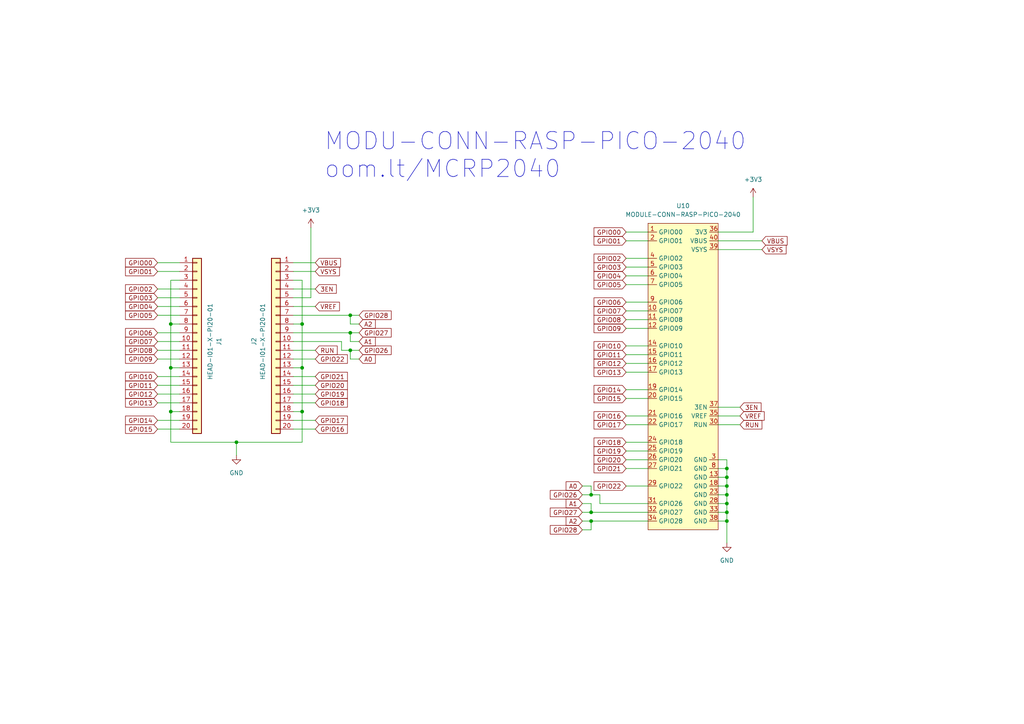
<source format=kicad_sch>
(kicad_sch (version 20211123) (generator eeschema)
  (paper "A4")
  (lib_symbols
    (symbol "Connector_Generic:Conn_01x20" (pin_names (offset 1.016) hide)
      (property "Reference" "J" (at 0 25.4 0))
      (property "Value" "Conn_01x20" (at 0 -27.94 0))
      (symbol "Conn_01x20_1_1"
        (rectangle (start -1.27 -25.273) (end 0 -25.527) (stroke (width 0.1524)))
        (rectangle (start -1.27 -22.733) (end 0 -22.987) (stroke (width 0.1524)))
        (rectangle (start -1.27 -20.193) (end 0 -20.447) (stroke (width 0.1524)))
        (rectangle (start -1.27 -17.653) (end 0 -17.907) (stroke (width 0.1524)))
        (rectangle (start -1.27 -15.113) (end 0 -15.367) (stroke (width 0.1524)))
        (rectangle (start -1.27 -12.573) (end 0 -12.827) (stroke (width 0.1524)))
        (rectangle (start -1.27 -10.033) (end 0 -10.287) (stroke (width 0.1524)))
        (rectangle (start -1.27 -7.493) (end 0 -7.747) (stroke (width 0.1524)))
        (rectangle (start -1.27 -4.953) (end 0 -5.207) (stroke (width 0.1524)))
        (rectangle (start -1.27 -2.413) (end 0 -2.667) (stroke (width 0.1524)))
        (rectangle (start -1.27 0.127) (end 0 -0.127) (stroke (width 0.1524)))
        (rectangle (start -1.27 2.667) (end 0 2.413) (stroke (width 0.1524)))
        (rectangle (start -1.27 5.207) (end 0 4.953) (stroke (width 0.1524)))
        (rectangle (start -1.27 7.747) (end 0 7.493) (stroke (width 0.1524)))
        (rectangle (start -1.27 10.287) (end 0 10.033) (stroke (width 0.1524)))
        (rectangle (start -1.27 12.827) (end 0 12.573) (stroke (width 0.1524)))
        (rectangle (start -1.27 15.367) (end 0 15.113) (stroke (width 0.1524)))
        (rectangle (start -1.27 17.907) (end 0 17.653) (stroke (width 0.1524)))
        (rectangle (start -1.27 20.447) (end 0 20.193) (stroke (width 0.1524)))
        (rectangle (start -1.27 22.987) (end 0 22.733) (stroke (width 0.1524)))
        (rectangle (start -1.27 24.13) (end 1.27 -26.67) (stroke (width 0.254)) (fill (type background)))
        (pin passive line (at -5.08 22.86 0) (length 3.81) (name "Pin_1") (number "1"))
        (pin passive line (at -5.08 0 0) (length 3.81) (name "Pin_10") (number "10"))
        (pin passive line (at -5.08 -2.54 0) (length 3.81) (name "Pin_11") (number "11"))
        (pin passive line (at -5.08 -5.08 0) (length 3.81) (name "Pin_12") (number "12"))
        (pin passive line (at -5.08 -7.62 0) (length 3.81) (name "Pin_13") (number "13"))
        (pin passive line (at -5.08 -10.16 0) (length 3.81) (name "Pin_14") (number "14"))
        (pin passive line (at -5.08 -12.7 0) (length 3.81) (name "Pin_15") (number "15"))
        (pin passive line (at -5.08 -15.24 0) (length 3.81) (name "Pin_16") (number "16"))
        (pin passive line (at -5.08 -17.78 0) (length 3.81) (name "Pin_17") (number "17"))
        (pin passive line (at -5.08 -20.32 0) (length 3.81) (name "Pin_18") (number "18"))
        (pin passive line (at -5.08 -22.86 0) (length 3.81) (name "Pin_19") (number "19"))
        (pin passive line (at -5.08 20.32 0) (length 3.81) (name "Pin_2") (number "2"))
        (pin passive line (at -5.08 -25.4 0) (length 3.81) (name "Pin_20") (number "20"))
        (pin passive line (at -5.08 17.78 0) (length 3.81) (name "Pin_3") (number "3"))
        (pin passive line (at -5.08 15.24 0) (length 3.81) (name "Pin_4") (number "4"))
        (pin passive line (at -5.08 12.7 0) (length 3.81) (name "Pin_5") (number "5"))
        (pin passive line (at -5.08 10.16 0) (length 3.81) (name "Pin_6") (number "6"))
        (pin passive line (at -5.08 7.62 0) (length 3.81) (name "Pin_7") (number "7"))
        (pin passive line (at -5.08 5.08 0) (length 3.81) (name "Pin_8") (number "8"))
        (pin passive line (at -5.08 2.54 0) (length 3.81) (name "Pin_9") (number "9"))
      )
    )
    (symbol "oomlout_OOMP_modules:MODULE-CONN-RASP-PICO-2040"
      (property "Reference" "U" (at 10.16 5.08 0))
      (property "Value" "MODULE-CONN-RASP-PICO-2040" (at 10.16 7.62 0))
      (symbol "MODULE-CONN-RASP-PICO-2040_0_1"
        (rectangle (start 0 2.54) (end 20.32 -86.36) (fill (type background)))
      )
      (symbol "MODULE-CONN-RASP-PICO-2040_1_1"
        (pin input line (at 0 0 0) (length 2.54) (name "GPIO00") (number "1"))
        (pin input line (at 0 -22.86 0) (length 2.54) (name "GPIO07") (number "10"))
        (pin input line (at 0 -25.4 0) (length 2.54) (name "GPIO08") (number "11"))
        (pin input line (at 0 -27.94 0) (length 2.54) (name "GPIO09") (number "12"))
        (pin input line (at 20.32 -71.12 180) (length 2.54) (name "GND") (number "13"))
        (pin input line (at 0 -33.02 0) (length 2.54) (name "GPIO10") (number "14"))
        (pin input line (at 0 -35.56 0) (length 2.54) (name "GPIO11") (number "15"))
        (pin input line (at 0 -38.1 0) (length 2.54) (name "GPIO12") (number "16"))
        (pin input line (at 0 -40.64 0) (length 2.54) (name "GPIO13") (number "17"))
        (pin input line (at 20.32 -73.66 180) (length 2.54) (name "GND") (number "18"))
        (pin input line (at 0 -45.72 0) (length 2.54) (name "GPIO14") (number "19"))
        (pin input line (at 0 -2.54 0) (length 2.54) (name "GPIO01") (number "2"))
        (pin input line (at 0 -48.26 0) (length 2.54) (name "GPIO15") (number "20"))
        (pin input line (at 0 -53.34 0) (length 2.54) (name "GPIO16") (number "21"))
        (pin input line (at 0 -55.88 0) (length 2.54) (name "GPIO17") (number "22"))
        (pin input line (at 20.32 -76.2 180) (length 2.54) (name "GND") (number "23"))
        (pin input line (at 0 -60.96 0) (length 2.54) (name "GPIO18") (number "24"))
        (pin input line (at 0 -63.5 0) (length 2.54) (name "GPIO19") (number "25"))
        (pin input line (at 0 -66.04 0) (length 2.54) (name "GPIO20") (number "26"))
        (pin input line (at 0 -68.58 0) (length 2.54) (name "GPIO21") (number "27"))
        (pin input line (at 20.32 -78.74 180) (length 2.54) (name "GND") (number "28"))
        (pin input line (at 0 -73.66 0) (length 2.54) (name "GPIO22") (number "29"))
        (pin input line (at 20.32 -66.04 180) (length 2.54) (name "GND") (number "3"))
        (pin input line (at 20.32 -55.88 180) (length 2.54) (name "RUN") (number "30"))
        (pin input line (at 0 -78.74 0) (length 2.54) (name "GPIO26") (number "31"))
        (pin input line (at 0 -81.28 0) (length 2.54) (name "GPIO27") (number "32"))
        (pin input line (at 20.32 -81.28 180) (length 2.54) (name "GND") (number "33"))
        (pin input line (at 0 -83.82 0) (length 2.54) (name "GPIO28") (number "34"))
        (pin input line (at 20.32 -53.34 180) (length 2.54) (name "VREF") (number "35"))
        (pin input line (at 20.32 0 180) (length 2.54) (name "3V3") (number "36"))
        (pin input line (at 20.32 -50.8 180) (length 2.54) (name "3EN") (number "37"))
        (pin input line (at 20.32 -83.82 180) (length 2.54) (name "GND") (number "38"))
        (pin input line (at 20.32 -5.08 180) (length 2.54) (name "VSYS") (number "39"))
        (pin input line (at 0 -7.62 0) (length 2.54) (name "GPIO02") (number "4"))
        (pin input line (at 20.32 -2.54 180) (length 2.54) (name "VBUS") (number "40"))
        (pin input line (at 0 -10.16 0) (length 2.54) (name "GPIO03") (number "5"))
        (pin input line (at 0 -12.7 0) (length 2.54) (name "GPIO04") (number "6"))
        (pin input line (at 0 -15.24 0) (length 2.54) (name "GPIO05") (number "7"))
        (pin input line (at 20.32 -68.58 180) (length 2.54) (name "GND") (number "8"))
        (pin input line (at 0 -20.32 0) (length 2.54) (name "GPIO06") (number "9"))
      )
    )
    (symbol "power:+3V3" (power) (pin_names (offset 0))
      (property "Value" "+3V3" (at 0 3.556 0))
      (symbol "+3V3_0_1"
        (polyline (pts (xy -0.762 1.27) (xy 0 2.54)))
        (polyline (pts (xy 0 0) (xy 0 2.54)))
        (polyline (pts (xy 0 2.54) (xy 0.762 1.27)))
      )
      (symbol "+3V3_1_1"
        (pin power_in line (at 0 0 90) (length 0) hide (name "+3V3") (number "1"))
      )
    )
    (symbol "power:GND" (power) (pin_names (offset 0))
      (property "Value" "GND" (at 0 -3.81 0))
      (symbol "GND_0_1"
        (polyline (pts (xy 0 0) (xy 0 -1.27) (xy 1.27 -1.27) (xy 0 -2.54) (xy -1.27 -1.27) (xy 0 -1.27)))
      )
      (symbol "GND_1_1"
        (pin power_in line (at 0 0 270) (length 0) hide (name "GND") (number "1"))
      )
    )
  )
  (junction (at 68.58 128.27))
  (junction (at 87.63 119.38))
  (junction (at 210.82 146.05))
  (junction (at 101.6 96.52))
  (junction (at 210.82 135.89))
  (junction (at 171.45 148.59))
  (junction (at 171.45 143.51))
  (junction (at 49.53 93.98))
  (junction (at 101.6 91.44))
  (junction (at 210.82 148.59))
  (junction (at 210.82 138.43))
  (junction (at 171.45 151.13))
  (junction (at 87.63 106.68))
  (junction (at 101.6 101.6))
  (junction (at 49.53 106.68))
  (junction (at 49.53 119.38))
  (junction (at 210.82 143.51))
  (junction (at 87.63 93.98))
  (junction (at 210.82 151.13))
  (junction (at 210.82 140.97))
  (wire (pts (xy 181.61 77.47) (xy 187.96 77.47)))
  (wire (pts (xy 181.61 92.71) (xy 187.96 92.71)))
  (wire (pts (xy 85.09 91.44) (xy 101.6 91.44)))
  (wire (pts (xy 208.28 133.35) (xy 210.82 133.35)))
  (wire (pts (xy 45.72 109.22) (xy 52.07 109.22)))
  (wire (pts (xy 181.61 130.81) (xy 187.96 130.81)))
  (wire (pts (xy 85.09 93.98) (xy 87.63 93.98)))
  (wire (pts (xy 181.61 133.35) (xy 187.96 133.35)))
  (wire (pts (xy 45.72 78.74) (xy 52.07 78.74)))
  (wire (pts (xy 181.61 113.03) (xy 187.96 113.03)))
  (wire (pts (xy 101.6 93.98) (xy 104.14 93.98)))
  (wire (pts (xy 101.6 91.44) (xy 101.6 93.98)))
  (wire (pts (xy 181.61 123.19) (xy 187.96 123.19)))
  (wire (pts (xy 85.09 96.52) (xy 101.6 96.52)))
  (wire (pts (xy 87.63 119.38) (xy 85.09 119.38)))
  (wire (pts (xy 85.09 76.2) (xy 91.44 76.2)))
  (wire (pts (xy 45.72 91.44) (xy 52.07 91.44)))
  (wire (pts (xy 187.96 146.05) (xy 173.99 146.05)))
  (wire (pts (xy 85.09 78.74) (xy 91.44 78.74)))
  (wire (pts (xy 208.28 67.31) (xy 218.44 67.31)))
  (wire (pts (xy 101.6 96.52) (xy 101.6 99.06)))
  (wire (pts (xy 208.28 135.89) (xy 210.82 135.89)))
  (wire (pts (xy 171.45 143.51) (xy 168.91 143.51)))
  (wire (pts (xy 181.61 87.63) (xy 187.96 87.63)))
  (wire (pts (xy 181.61 100.33) (xy 187.96 100.33)))
  (wire (pts (xy 210.82 146.05) (xy 210.82 148.59)))
  (wire (pts (xy 49.53 106.68) (xy 49.53 93.98)))
  (wire (pts (xy 49.53 93.98) (xy 52.07 93.98)))
  (wire (pts (xy 210.82 133.35) (xy 210.82 135.89)))
  (wire (pts (xy 49.53 128.27) (xy 49.53 119.38)))
  (wire (pts (xy 85.09 81.28) (xy 87.63 81.28)))
  (wire (pts (xy 49.53 119.38) (xy 52.07 119.38)))
  (wire (pts (xy 85.09 106.68) (xy 87.63 106.68)))
  (wire (pts (xy 173.99 143.51) (xy 173.99 146.05)))
  (wire (pts (xy 85.09 86.36) (xy 90.17 86.36)))
  (wire (pts (xy 45.72 124.46) (xy 52.07 124.46)))
  (wire (pts (xy 85.09 111.76) (xy 91.44 111.76)))
  (wire (pts (xy 181.61 74.93) (xy 187.96 74.93)))
  (wire (pts (xy 87.63 119.38) (xy 87.63 128.27)))
  (wire (pts (xy 85.09 121.92) (xy 91.44 121.92)))
  (wire (pts (xy 171.45 153.67) (xy 168.91 153.67)))
  (wire (pts (xy 45.72 111.76) (xy 52.07 111.76)))
  (wire (pts (xy 85.09 83.82) (xy 91.44 83.82)))
  (wire (pts (xy 171.45 153.67) (xy 171.45 151.13)))
  (wire (pts (xy 181.61 69.85) (xy 187.96 69.85)))
  (wire (pts (xy 45.72 121.92) (xy 52.07 121.92)))
  (wire (pts (xy 181.61 82.55) (xy 187.96 82.55)))
  (wire (pts (xy 49.53 81.28) (xy 52.07 81.28)))
  (wire (pts (xy 45.72 96.52) (xy 52.07 96.52)))
  (wire (pts (xy 68.58 128.27) (xy 49.53 128.27)))
  (wire (pts (xy 181.61 107.95) (xy 187.96 107.95)))
  (wire (pts (xy 208.28 118.11) (xy 214.63 118.11)))
  (wire (pts (xy 210.82 140.97) (xy 210.82 143.51)))
  (wire (pts (xy 45.72 116.84) (xy 52.07 116.84)))
  (wire (pts (xy 168.91 140.97) (xy 171.45 140.97)))
  (wire (pts (xy 171.45 146.05) (xy 168.91 146.05)))
  (wire (pts (xy 171.45 151.13) (xy 187.96 151.13)))
  (wire (pts (xy 87.63 106.68) (xy 87.63 119.38)))
  (wire (pts (xy 208.28 123.19) (xy 214.63 123.19)))
  (wire (pts (xy 181.61 135.89) (xy 187.96 135.89)))
  (wire (pts (xy 45.72 104.14) (xy 52.07 104.14)))
  (wire (pts (xy 181.61 120.65) (xy 187.96 120.65)))
  (wire (pts (xy 85.09 114.3) (xy 91.44 114.3)))
  (wire (pts (xy 49.53 93.98) (xy 49.53 81.28)))
  (wire (pts (xy 49.53 106.68) (xy 52.07 106.68)))
  (wire (pts (xy 87.63 128.27) (xy 68.58 128.27)))
  (wire (pts (xy 210.82 138.43) (xy 210.82 140.97)))
  (wire (pts (xy 181.61 128.27) (xy 187.96 128.27)))
  (wire (pts (xy 104.14 96.52) (xy 101.6 96.52)))
  (wire (pts (xy 45.72 83.82) (xy 52.07 83.82)))
  (wire (pts (xy 171.45 143.51) (xy 173.99 143.51)))
  (wire (pts (xy 210.82 148.59) (xy 210.82 151.13)))
  (wire (pts (xy 85.09 109.22) (xy 91.44 109.22)))
  (wire (pts (xy 90.17 66.04) (xy 90.17 86.36)))
  (wire (pts (xy 168.91 148.59) (xy 171.45 148.59)))
  (wire (pts (xy 101.6 101.6) (xy 104.14 101.6)))
  (wire (pts (xy 45.72 76.2) (xy 52.07 76.2)))
  (wire (pts (xy 181.61 115.57) (xy 187.96 115.57)))
  (wire (pts (xy 101.6 101.6) (xy 99.06 101.6)))
  (wire (pts (xy 208.28 148.59) (xy 210.82 148.59)))
  (wire (pts (xy 99.06 101.6) (xy 99.06 99.06)))
  (wire (pts (xy 210.82 151.13) (xy 210.82 157.48)))
  (wire (pts (xy 181.61 102.87) (xy 187.96 102.87)))
  (wire (pts (xy 208.28 69.85) (xy 220.98 69.85)))
  (wire (pts (xy 85.09 124.46) (xy 91.44 124.46)))
  (wire (pts (xy 208.28 146.05) (xy 210.82 146.05)))
  (wire (pts (xy 171.45 140.97) (xy 171.45 143.51)))
  (wire (pts (xy 210.82 143.51) (xy 210.82 146.05)))
  (wire (pts (xy 208.28 138.43) (xy 210.82 138.43)))
  (wire (pts (xy 187.96 148.59) (xy 171.45 148.59)))
  (wire (pts (xy 218.44 67.31) (xy 218.44 57.15)))
  (wire (pts (xy 45.72 99.06) (xy 52.07 99.06)))
  (wire (pts (xy 45.72 101.6) (xy 52.07 101.6)))
  (wire (pts (xy 85.09 116.84) (xy 91.44 116.84)))
  (wire (pts (xy 85.09 101.6) (xy 91.44 101.6)))
  (wire (pts (xy 208.28 143.51) (xy 210.82 143.51)))
  (wire (pts (xy 208.28 72.39) (xy 220.98 72.39)))
  (wire (pts (xy 85.09 104.14) (xy 91.44 104.14)))
  (wire (pts (xy 208.28 120.65) (xy 214.63 120.65)))
  (wire (pts (xy 101.6 104.14) (xy 101.6 101.6)))
  (wire (pts (xy 87.63 93.98) (xy 87.63 106.68)))
  (wire (pts (xy 45.72 88.9) (xy 52.07 88.9)))
  (wire (pts (xy 68.58 128.27) (xy 68.58 132.08)))
  (wire (pts (xy 181.61 90.17) (xy 187.96 90.17)))
  (wire (pts (xy 181.61 140.97) (xy 187.96 140.97)))
  (wire (pts (xy 101.6 99.06) (xy 104.14 99.06)))
  (wire (pts (xy 171.45 148.59) (xy 171.45 146.05)))
  (wire (pts (xy 101.6 91.44) (xy 104.14 91.44)))
  (wire (pts (xy 85.09 88.9) (xy 91.44 88.9)))
  (wire (pts (xy 49.53 119.38) (xy 49.53 106.68)))
  (wire (pts (xy 104.14 104.14) (xy 101.6 104.14)))
  (wire (pts (xy 45.72 114.3) (xy 52.07 114.3)))
  (wire (pts (xy 181.61 95.25) (xy 187.96 95.25)))
  (wire (pts (xy 208.28 140.97) (xy 210.82 140.97)))
  (wire (pts (xy 181.61 67.31) (xy 187.96 67.31)))
  (wire (pts (xy 210.82 135.89) (xy 210.82 138.43)))
  (wire (pts (xy 208.28 151.13) (xy 210.82 151.13)))
  (wire (pts (xy 87.63 81.28) (xy 87.63 93.98)))
  (wire (pts (xy 85.09 99.06) (xy 99.06 99.06)))
  (wire (pts (xy 181.61 105.41) (xy 187.96 105.41)))
  (wire (pts (xy 171.45 151.13) (xy 168.91 151.13)))
  (wire (pts (xy 45.72 86.36) (xy 52.07 86.36)))
  (wire (pts (xy 181.61 80.01) (xy 187.96 80.01)))
  (text "MODU-CONN-RASP-PICO-2040\noom.lt/MCRP2040" (at 93.98 52.07 0) (effects (font (size 5 5)) (justify left bottom)))
  (global_label "GPIO08" (shape input) (at 181.61 92.71 180) (property "Intersheet References" "${INTERSHEET_REFS}" (effects hide)))
  (global_label "GPIO28" (shape input) (at 168.91 153.67 180) (property "Intersheet References" "${INTERSHEET_REFS}" (effects hide)))
  (global_label "GPIO16" (shape input) (at 181.61 120.65 180) (property "Intersheet References" "${INTERSHEET_REFS}" (effects hide)))
  (global_label "VBUS" (shape input) (at 220.98 69.85 0) (property "Intersheet References" "${INTERSHEET_REFS}" (effects hide)))
  (global_label "GPIO16" (shape input) (at 91.44 124.46 0) (property "Intersheet References" "${INTERSHEET_REFS}" (effects hide)))
  (global_label "GPIO14" (shape input) (at 181.61 113.03 180) (property "Intersheet References" "${INTERSHEET_REFS}" (effects hide)))
  (global_label "A1" (shape input) (at 104.14 99.06 0) (property "Intersheet References" "${INTERSHEET_REFS}" (effects hide)))
  (global_label "A0" (shape input) (at 168.91 140.97 180) (property "Intersheet References" "${INTERSHEET_REFS}" (effects hide)))
  (global_label "GPIO21" (shape input) (at 91.44 109.22 0) (property "Intersheet References" "${INTERSHEET_REFS}" (effects hide)))
  (global_label "GPIO08" (shape input) (at 45.72 101.6 180) (property "Intersheet References" "${INTERSHEET_REFS}" (effects hide)))
  (global_label "GPIO17" (shape input) (at 181.61 123.19 180) (property "Intersheet References" "${INTERSHEET_REFS}" (effects hide)))
  (global_label "GPIO19" (shape input) (at 181.61 130.81 180) (property "Intersheet References" "${INTERSHEET_REFS}" (effects hide)))
  (global_label "GPIO07" (shape input) (at 45.72 99.06 180) (property "Intersheet References" "${INTERSHEET_REFS}" (effects hide)))
  (global_label "GPIO09" (shape input) (at 181.61 95.25 180) (property "Intersheet References" "${INTERSHEET_REFS}" (effects hide)))
  (global_label "RUN" (shape input) (at 91.44 101.6 0) (property "Intersheet References" "${INTERSHEET_REFS}" (effects hide)))
  (global_label "GPIO17" (shape input) (at 91.44 121.92 0) (property "Intersheet References" "${INTERSHEET_REFS}" (effects hide)))
  (global_label "A1" (shape input) (at 168.91 146.05 180) (property "Intersheet References" "${INTERSHEET_REFS}" (effects hide)))
  (global_label "GPIO18" (shape input) (at 91.44 116.84 0) (property "Intersheet References" "${INTERSHEET_REFS}" (effects hide)))
  (global_label "3EN" (shape input) (at 214.63 118.11 0) (property "Intersheet References" "${INTERSHEET_REFS}" (effects hide)))
  (global_label "GPIO22" (shape input) (at 91.44 104.14 0) (property "Intersheet References" "${INTERSHEET_REFS}" (effects hide)))
  (global_label "GPIO11" (shape input) (at 45.72 111.76 180) (property "Intersheet References" "${INTERSHEET_REFS}" (effects hide)))
  (global_label "GPIO02" (shape input) (at 45.72 83.82 180) (property "Intersheet References" "${INTERSHEET_REFS}" (effects hide)))
  (global_label "GPIO12" (shape input) (at 45.72 114.3 180) (property "Intersheet References" "${INTERSHEET_REFS}" (effects hide)))
  (global_label "GPIO20" (shape input) (at 91.44 111.76 0) (property "Intersheet References" "${INTERSHEET_REFS}" (effects hide)))
  (global_label "GPIO10" (shape input) (at 181.61 100.33 180) (property "Intersheet References" "${INTERSHEET_REFS}" (effects hide)))
  (global_label "VSYS" (shape input) (at 91.44 78.74 0) (property "Intersheet References" "${INTERSHEET_REFS}" (effects hide)))
  (global_label "GPIO14" (shape input) (at 45.72 121.92 180) (property "Intersheet References" "${INTERSHEET_REFS}" (effects hide)))
  (global_label "GPIO27" (shape input) (at 104.14 96.52 0) (property "Intersheet References" "${INTERSHEET_REFS}" (effects hide)))
  (global_label "GPIO04" (shape input) (at 181.61 80.01 180) (property "Intersheet References" "${INTERSHEET_REFS}" (effects hide)))
  (global_label "GPIO04" (shape input) (at 45.72 88.9 180) (property "Intersheet References" "${INTERSHEET_REFS}" (effects hide)))
  (global_label "GPIO09" (shape input) (at 45.72 104.14 180) (property "Intersheet References" "${INTERSHEET_REFS}" (effects hide)))
  (global_label "VBUS" (shape input) (at 91.44 76.2 0) (property "Intersheet References" "${INTERSHEET_REFS}" (effects hide)))
  (global_label "GPIO03" (shape input) (at 181.61 77.47 180) (property "Intersheet References" "${INTERSHEET_REFS}" (effects hide)))
  (global_label "GPIO05" (shape input) (at 181.61 82.55 180) (property "Intersheet References" "${INTERSHEET_REFS}" (effects hide)))
  (global_label "GPIO18" (shape input) (at 181.61 128.27 180) (property "Intersheet References" "${INTERSHEET_REFS}" (effects hide)))
  (global_label "GPIO11" (shape input) (at 181.61 102.87 180) (property "Intersheet References" "${INTERSHEET_REFS}" (effects hide)))
  (global_label "GPIO06" (shape input) (at 181.61 87.63 180) (property "Intersheet References" "${INTERSHEET_REFS}" (effects hide)))
  (global_label "GPIO27" (shape input) (at 168.91 148.59 180) (property "Intersheet References" "${INTERSHEET_REFS}" (effects hide)))
  (global_label "GPIO01" (shape input) (at 45.72 78.74 180) (property "Intersheet References" "${INTERSHEET_REFS}" (effects hide)))
  (global_label "GPIO15" (shape input) (at 181.61 115.57 180) (property "Intersheet References" "${INTERSHEET_REFS}" (effects hide)))
  (global_label "GPIO13" (shape input) (at 45.72 116.84 180) (property "Intersheet References" "${INTERSHEET_REFS}" (effects hide)))
  (global_label "A2" (shape input) (at 168.91 151.13 180) (property "Intersheet References" "${INTERSHEET_REFS}" (effects hide)))
  (global_label "GPIO00" (shape input) (at 45.72 76.2 180) (property "Intersheet References" "${INTERSHEET_REFS}" (effects hide)))
  (global_label "GPIO12" (shape input) (at 181.61 105.41 180) (property "Intersheet References" "${INTERSHEET_REFS}" (effects hide)))
  (global_label "GPIO26" (shape input) (at 104.14 101.6 0) (property "Intersheet References" "${INTERSHEET_REFS}" (effects hide)))
  (global_label "GPIO28" (shape input) (at 104.14 91.44 0) (property "Intersheet References" "${INTERSHEET_REFS}" (effects hide)))
  (global_label "RUN" (shape input) (at 214.63 123.19 0) (property "Intersheet References" "${INTERSHEET_REFS}" (effects hide)))
  (global_label "GPIO10" (shape input) (at 45.72 109.22 180) (property "Intersheet References" "${INTERSHEET_REFS}" (effects hide)))
  (global_label "GPIO07" (shape input) (at 181.61 90.17 180) (property "Intersheet References" "${INTERSHEET_REFS}" (effects hide)))
  (global_label "GPIO06" (shape input) (at 45.72 96.52 180) (property "Intersheet References" "${INTERSHEET_REFS}" (effects hide)))
  (global_label "GPIO15" (shape input) (at 45.72 124.46 180) (property "Intersheet References" "${INTERSHEET_REFS}" (effects hide)))
  (global_label "GPIO02" (shape input) (at 181.61 74.93 180) (property "Intersheet References" "${INTERSHEET_REFS}" (effects hide)))
  (global_label "VREF" (shape input) (at 214.63 120.65 0) (property "Intersheet References" "${INTERSHEET_REFS}" (effects hide)))
  (global_label "VSYS" (shape input) (at 220.98 72.39 0) (property "Intersheet References" "${INTERSHEET_REFS}" (effects hide)))
  (global_label "GPIO20" (shape input) (at 181.61 133.35 180) (property "Intersheet References" "${INTERSHEET_REFS}" (effects hide)))
  (global_label "VREF" (shape input) (at 91.44 88.9 0) (property "Intersheet References" "${INTERSHEET_REFS}" (effects hide)))
  (global_label "3EN" (shape input) (at 91.44 83.82 0) (property "Intersheet References" "${INTERSHEET_REFS}" (effects hide)))
  (global_label "GPIO19" (shape input) (at 91.44 114.3 0) (property "Intersheet References" "${INTERSHEET_REFS}" (effects hide)))
  (global_label "GPIO26" (shape input) (at 168.91 143.51 180) (property "Intersheet References" "${INTERSHEET_REFS}" (effects hide)))
  (global_label "GPIO21" (shape input) (at 181.61 135.89 180) (property "Intersheet References" "${INTERSHEET_REFS}" (effects hide)))
  (global_label "GPIO05" (shape input) (at 45.72 91.44 180) (property "Intersheet References" "${INTERSHEET_REFS}" (effects hide)))
  (global_label "A2" (shape input) (at 104.14 93.98 0) (property "Intersheet References" "${INTERSHEET_REFS}" (effects hide)))
  (global_label "GPIO00" (shape input) (at 181.61 67.31 180) (property "Intersheet References" "${INTERSHEET_REFS}" (effects hide)))
  (global_label "GPIO13" (shape input) (at 181.61 107.95 180) (property "Intersheet References" "${INTERSHEET_REFS}" (effects hide)))
  (global_label "GPIO22" (shape input) (at 181.61 140.97 180) (property "Intersheet References" "${INTERSHEET_REFS}" (effects hide)))
  (global_label "GPIO03" (shape input) (at 45.72 86.36 180) (property "Intersheet References" "${INTERSHEET_REFS}" (effects hide)))
  (global_label "A0" (shape input) (at 104.14 104.14 0) (property "Intersheet References" "${INTERSHEET_REFS}" (effects hide)))
  (global_label "GPIO01" (shape input) (at 181.61 69.85 180) (property "Intersheet References" "${INTERSHEET_REFS}" (effects hide)))
  (symbol (lib_id "Connector_Generic:Conn_01x20") (at 80.01 99.06 0) (mirror y) (unit 1)
    (property "Reference" "J2" (at 73.66 99.06 90))
    (property "Value" "HEAD-I01-X-PI20-01" (at 76.2 99.06 90))
    (property "Footprint" "Connector_PinHeader_2.54mm:PinHeader_1x20_P2.54mm_Vertical" (effects hide))
    (property "Datasheet" "oom.lt/H20" (effects hide))
  )
  (symbol (lib_id "power:GND") (at 210.82 157.48 0) (unit 1)
    (property "Reference" "#PWR0103" (effects hide))
    (property "Value" "GND" (at 210.82 162.56 0))
  )
  (symbol (lib_id "power:+3V3") (at 218.44 57.15 0) (unit 1)
    (property "Reference" "#PWR0104" (effects hide))
    (property "Value" "+3V3" (at 218.44 52.07 0))
  )
  (symbol (lib_id "power:+3V3") (at 90.17 66.04 0) (unit 1)
    (property "Reference" "#PWR0101" (effects hide))
    (property "Value" "+3V3" (at 90.17 60.96 0))
  )
  (symbol (lib_id "Connector_Generic:Conn_01x20") (at 57.15 99.06 0) (unit 1)
    (property "Reference" "J1" (at 63.5 99.06 90))
    (property "Value" "HEAD-I01-X-PI20-01" (at 60.96 99.06 90))
    (property "Footprint" "Connector_PinHeader_2.54mm:PinHeader_1x20_P2.54mm_Vertical" (effects hide))
    (property "Datasheet" "oom.lt/H20" (effects hide))
  )
  (symbol (lib_id "power:GND") (at 68.58 132.08 0) (unit 1)
    (property "Reference" "#PWR0102" (effects hide))
    (property "Value" "GND" (at 68.58 137.16 0))
  )
  (symbol (lib_id "oomlout_OOMP_modules:MODULE-CONN-RASP-PICO-2040") (at 187.96 67.31 0) (unit 1)
    (property "Reference" "U10" (at 198.12 59.69 0))
    (property "Value" "MODULE-CONN-RASP-PICO-2040" (at 198.12 62.23 0))
    (property "Footprint" "oomlout_OOMP_modules:MODULE-CONN-RASP-PICO-2040" (effects hide))
    (property "Datasheet" "oom.lt/MCRP2040" (effects hide))
  )
)
</source>
